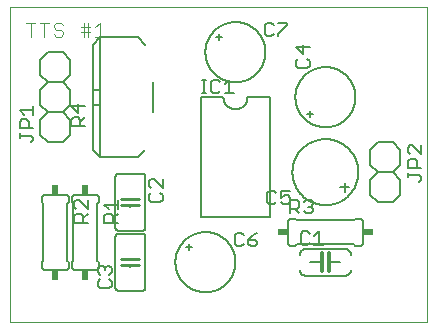
<source format=gto>
G75*
%MOIN*%
%OFA0B0*%
%FSLAX25Y25*%
%IPPOS*%
%LPD*%
%AMOC8*
5,1,8,0,0,1.08239X$1,22.5*
%
%ADD10C,0.00000*%
%ADD11C,0.00400*%
%ADD12C,0.00600*%
%ADD13C,0.01200*%
%ADD14C,0.00500*%
%ADD15C,0.01000*%
%ADD16R,0.02400X0.03400*%
%ADD17R,0.03400X0.02400*%
D10*
X0001800Y0001800D02*
X0001800Y0106761D01*
X0140501Y0106761D01*
X0140501Y0001800D01*
X0001800Y0001800D01*
D11*
X0008535Y0097000D02*
X0008535Y0101604D01*
X0010069Y0101604D02*
X0007000Y0101604D01*
X0011604Y0101604D02*
X0014673Y0101604D01*
X0013139Y0101604D02*
X0013139Y0097000D01*
X0016208Y0097767D02*
X0016975Y0097000D01*
X0018510Y0097000D01*
X0019277Y0097767D01*
X0019277Y0098535D01*
X0018510Y0099302D01*
X0016975Y0099302D01*
X0016208Y0100069D01*
X0016208Y0100837D01*
X0016975Y0101604D01*
X0018510Y0101604D01*
X0019277Y0100837D01*
X0025416Y0100069D02*
X0027718Y0100069D01*
X0028485Y0100069D01*
X0030020Y0100069D02*
X0031554Y0101604D01*
X0031554Y0097000D01*
X0030020Y0097000D02*
X0033089Y0097000D01*
X0028485Y0098535D02*
X0025416Y0098535D01*
X0026183Y0097000D02*
X0026183Y0101604D01*
X0027718Y0101604D02*
X0027718Y0097000D01*
D12*
X0021800Y0089300D02*
X0019300Y0091800D01*
X0014300Y0091800D01*
X0011800Y0089300D01*
X0011800Y0084300D01*
X0014300Y0081800D01*
X0019300Y0081800D01*
X0021800Y0084300D01*
X0021800Y0089300D01*
X0019300Y0081800D02*
X0021800Y0079300D01*
X0021800Y0074300D01*
X0019300Y0071800D01*
X0021800Y0069300D01*
X0021800Y0064300D01*
X0019300Y0061800D01*
X0014300Y0061800D01*
X0011800Y0064300D01*
X0011800Y0069300D01*
X0014300Y0071800D01*
X0011800Y0074300D01*
X0011800Y0079300D01*
X0014300Y0081800D01*
X0014300Y0071800D02*
X0019300Y0071800D01*
X0037800Y0051300D02*
X0045800Y0051300D01*
X0045860Y0051298D01*
X0045921Y0051293D01*
X0045980Y0051284D01*
X0046039Y0051271D01*
X0046098Y0051255D01*
X0046155Y0051235D01*
X0046210Y0051212D01*
X0046265Y0051185D01*
X0046317Y0051156D01*
X0046368Y0051123D01*
X0046417Y0051087D01*
X0046463Y0051049D01*
X0046507Y0051007D01*
X0046549Y0050963D01*
X0046587Y0050917D01*
X0046623Y0050868D01*
X0046656Y0050817D01*
X0046685Y0050765D01*
X0046712Y0050710D01*
X0046735Y0050655D01*
X0046755Y0050598D01*
X0046771Y0050539D01*
X0046784Y0050480D01*
X0046793Y0050421D01*
X0046798Y0050360D01*
X0046800Y0050300D01*
X0046800Y0033300D01*
X0046798Y0033240D01*
X0046793Y0033179D01*
X0046784Y0033120D01*
X0046771Y0033061D01*
X0046755Y0033002D01*
X0046735Y0032945D01*
X0046712Y0032890D01*
X0046685Y0032835D01*
X0046656Y0032783D01*
X0046623Y0032732D01*
X0046587Y0032683D01*
X0046549Y0032637D01*
X0046507Y0032593D01*
X0046463Y0032551D01*
X0046417Y0032513D01*
X0046368Y0032477D01*
X0046317Y0032444D01*
X0046265Y0032415D01*
X0046210Y0032388D01*
X0046155Y0032365D01*
X0046098Y0032345D01*
X0046039Y0032329D01*
X0045980Y0032316D01*
X0045921Y0032307D01*
X0045860Y0032302D01*
X0045800Y0032300D01*
X0037800Y0032300D01*
X0037800Y0031300D02*
X0045800Y0031300D01*
X0045860Y0031298D01*
X0045921Y0031293D01*
X0045980Y0031284D01*
X0046039Y0031271D01*
X0046098Y0031255D01*
X0046155Y0031235D01*
X0046210Y0031212D01*
X0046265Y0031185D01*
X0046317Y0031156D01*
X0046368Y0031123D01*
X0046417Y0031087D01*
X0046463Y0031049D01*
X0046507Y0031007D01*
X0046549Y0030963D01*
X0046587Y0030917D01*
X0046623Y0030868D01*
X0046656Y0030817D01*
X0046685Y0030765D01*
X0046712Y0030710D01*
X0046735Y0030655D01*
X0046755Y0030598D01*
X0046771Y0030539D01*
X0046784Y0030480D01*
X0046793Y0030421D01*
X0046798Y0030360D01*
X0046800Y0030300D01*
X0046800Y0013300D01*
X0046798Y0013240D01*
X0046793Y0013179D01*
X0046784Y0013120D01*
X0046771Y0013061D01*
X0046755Y0013002D01*
X0046735Y0012945D01*
X0046712Y0012890D01*
X0046685Y0012835D01*
X0046656Y0012783D01*
X0046623Y0012732D01*
X0046587Y0012683D01*
X0046549Y0012637D01*
X0046507Y0012593D01*
X0046463Y0012551D01*
X0046417Y0012513D01*
X0046368Y0012477D01*
X0046317Y0012444D01*
X0046265Y0012415D01*
X0046210Y0012388D01*
X0046155Y0012365D01*
X0046098Y0012345D01*
X0046039Y0012329D01*
X0045980Y0012316D01*
X0045921Y0012307D01*
X0045860Y0012302D01*
X0045800Y0012300D01*
X0037800Y0012300D01*
X0037740Y0012302D01*
X0037679Y0012307D01*
X0037620Y0012316D01*
X0037561Y0012329D01*
X0037502Y0012345D01*
X0037445Y0012365D01*
X0037390Y0012388D01*
X0037335Y0012415D01*
X0037283Y0012444D01*
X0037232Y0012477D01*
X0037183Y0012513D01*
X0037137Y0012551D01*
X0037093Y0012593D01*
X0037051Y0012637D01*
X0037013Y0012683D01*
X0036977Y0012732D01*
X0036944Y0012783D01*
X0036915Y0012835D01*
X0036888Y0012890D01*
X0036865Y0012945D01*
X0036845Y0013002D01*
X0036829Y0013061D01*
X0036816Y0013120D01*
X0036807Y0013179D01*
X0036802Y0013240D01*
X0036800Y0013300D01*
X0036800Y0030300D01*
X0036802Y0030360D01*
X0036807Y0030421D01*
X0036816Y0030480D01*
X0036829Y0030539D01*
X0036845Y0030598D01*
X0036865Y0030655D01*
X0036888Y0030710D01*
X0036915Y0030765D01*
X0036944Y0030817D01*
X0036977Y0030868D01*
X0037013Y0030917D01*
X0037051Y0030963D01*
X0037093Y0031007D01*
X0037137Y0031049D01*
X0037183Y0031087D01*
X0037232Y0031123D01*
X0037283Y0031156D01*
X0037335Y0031185D01*
X0037390Y0031212D01*
X0037445Y0031235D01*
X0037502Y0031255D01*
X0037561Y0031271D01*
X0037620Y0031284D01*
X0037679Y0031293D01*
X0037740Y0031298D01*
X0037800Y0031300D01*
X0037800Y0032300D02*
X0037740Y0032302D01*
X0037679Y0032307D01*
X0037620Y0032316D01*
X0037561Y0032329D01*
X0037502Y0032345D01*
X0037445Y0032365D01*
X0037390Y0032388D01*
X0037335Y0032415D01*
X0037283Y0032444D01*
X0037232Y0032477D01*
X0037183Y0032513D01*
X0037137Y0032551D01*
X0037093Y0032593D01*
X0037051Y0032637D01*
X0037013Y0032683D01*
X0036977Y0032732D01*
X0036944Y0032783D01*
X0036915Y0032835D01*
X0036888Y0032890D01*
X0036865Y0032945D01*
X0036845Y0033002D01*
X0036829Y0033061D01*
X0036816Y0033120D01*
X0036807Y0033179D01*
X0036802Y0033240D01*
X0036800Y0033300D01*
X0036800Y0050300D01*
X0036802Y0050360D01*
X0036807Y0050421D01*
X0036816Y0050480D01*
X0036829Y0050539D01*
X0036845Y0050598D01*
X0036865Y0050655D01*
X0036888Y0050710D01*
X0036915Y0050765D01*
X0036944Y0050817D01*
X0036977Y0050868D01*
X0037013Y0050917D01*
X0037051Y0050963D01*
X0037093Y0051007D01*
X0037137Y0051049D01*
X0037183Y0051087D01*
X0037232Y0051123D01*
X0037283Y0051156D01*
X0037335Y0051185D01*
X0037390Y0051212D01*
X0037445Y0051235D01*
X0037502Y0051255D01*
X0037561Y0051271D01*
X0037620Y0051284D01*
X0037679Y0051293D01*
X0037740Y0051298D01*
X0037800Y0051300D01*
X0030300Y0044300D02*
X0023300Y0044300D01*
X0023240Y0044298D01*
X0023179Y0044293D01*
X0023120Y0044284D01*
X0023061Y0044271D01*
X0023002Y0044255D01*
X0022945Y0044235D01*
X0022890Y0044212D01*
X0022835Y0044185D01*
X0022783Y0044156D01*
X0022732Y0044123D01*
X0022683Y0044087D01*
X0022637Y0044049D01*
X0022593Y0044007D01*
X0022551Y0043963D01*
X0022513Y0043917D01*
X0022477Y0043868D01*
X0022444Y0043817D01*
X0022415Y0043765D01*
X0022388Y0043710D01*
X0022365Y0043655D01*
X0022345Y0043598D01*
X0022329Y0043539D01*
X0022316Y0043480D01*
X0022307Y0043421D01*
X0022302Y0043360D01*
X0022300Y0043300D01*
X0022300Y0041800D01*
X0022800Y0041300D01*
X0022800Y0022300D01*
X0022300Y0021800D01*
X0022300Y0020300D01*
X0021300Y0020300D02*
X0021300Y0021800D01*
X0020800Y0022300D01*
X0020800Y0041300D01*
X0021300Y0041800D01*
X0021300Y0043300D01*
X0021298Y0043360D01*
X0021293Y0043421D01*
X0021284Y0043480D01*
X0021271Y0043539D01*
X0021255Y0043598D01*
X0021235Y0043655D01*
X0021212Y0043710D01*
X0021185Y0043765D01*
X0021156Y0043817D01*
X0021123Y0043868D01*
X0021087Y0043917D01*
X0021049Y0043963D01*
X0021007Y0044007D01*
X0020963Y0044049D01*
X0020917Y0044087D01*
X0020868Y0044123D01*
X0020817Y0044156D01*
X0020765Y0044185D01*
X0020710Y0044212D01*
X0020655Y0044235D01*
X0020598Y0044255D01*
X0020539Y0044271D01*
X0020480Y0044284D01*
X0020421Y0044293D01*
X0020360Y0044298D01*
X0020300Y0044300D01*
X0013300Y0044300D01*
X0013240Y0044298D01*
X0013179Y0044293D01*
X0013120Y0044284D01*
X0013061Y0044271D01*
X0013002Y0044255D01*
X0012945Y0044235D01*
X0012890Y0044212D01*
X0012835Y0044185D01*
X0012783Y0044156D01*
X0012732Y0044123D01*
X0012683Y0044087D01*
X0012637Y0044049D01*
X0012593Y0044007D01*
X0012551Y0043963D01*
X0012513Y0043917D01*
X0012477Y0043868D01*
X0012444Y0043817D01*
X0012415Y0043765D01*
X0012388Y0043710D01*
X0012365Y0043655D01*
X0012345Y0043598D01*
X0012329Y0043539D01*
X0012316Y0043480D01*
X0012307Y0043421D01*
X0012302Y0043360D01*
X0012300Y0043300D01*
X0012300Y0041800D01*
X0012800Y0041300D01*
X0012800Y0022300D01*
X0012300Y0021800D01*
X0012300Y0020300D01*
X0012302Y0020240D01*
X0012307Y0020179D01*
X0012316Y0020120D01*
X0012329Y0020061D01*
X0012345Y0020002D01*
X0012365Y0019945D01*
X0012388Y0019890D01*
X0012415Y0019835D01*
X0012444Y0019783D01*
X0012477Y0019732D01*
X0012513Y0019683D01*
X0012551Y0019637D01*
X0012593Y0019593D01*
X0012637Y0019551D01*
X0012683Y0019513D01*
X0012732Y0019477D01*
X0012783Y0019444D01*
X0012835Y0019415D01*
X0012890Y0019388D01*
X0012945Y0019365D01*
X0013002Y0019345D01*
X0013061Y0019329D01*
X0013120Y0019316D01*
X0013179Y0019307D01*
X0013240Y0019302D01*
X0013300Y0019300D01*
X0020300Y0019300D01*
X0020360Y0019302D01*
X0020421Y0019307D01*
X0020480Y0019316D01*
X0020539Y0019329D01*
X0020598Y0019345D01*
X0020655Y0019365D01*
X0020710Y0019388D01*
X0020765Y0019415D01*
X0020817Y0019444D01*
X0020868Y0019477D01*
X0020917Y0019513D01*
X0020963Y0019551D01*
X0021007Y0019593D01*
X0021049Y0019637D01*
X0021087Y0019683D01*
X0021123Y0019732D01*
X0021156Y0019783D01*
X0021185Y0019835D01*
X0021212Y0019890D01*
X0021235Y0019945D01*
X0021255Y0020002D01*
X0021271Y0020061D01*
X0021284Y0020120D01*
X0021293Y0020179D01*
X0021298Y0020240D01*
X0021300Y0020300D01*
X0022300Y0020300D02*
X0022302Y0020240D01*
X0022307Y0020179D01*
X0022316Y0020120D01*
X0022329Y0020061D01*
X0022345Y0020002D01*
X0022365Y0019945D01*
X0022388Y0019890D01*
X0022415Y0019835D01*
X0022444Y0019783D01*
X0022477Y0019732D01*
X0022513Y0019683D01*
X0022551Y0019637D01*
X0022593Y0019593D01*
X0022637Y0019551D01*
X0022683Y0019513D01*
X0022732Y0019477D01*
X0022783Y0019444D01*
X0022835Y0019415D01*
X0022890Y0019388D01*
X0022945Y0019365D01*
X0023002Y0019345D01*
X0023061Y0019329D01*
X0023120Y0019316D01*
X0023179Y0019307D01*
X0023240Y0019302D01*
X0023300Y0019300D01*
X0030300Y0019300D01*
X0030360Y0019302D01*
X0030421Y0019307D01*
X0030480Y0019316D01*
X0030539Y0019329D01*
X0030598Y0019345D01*
X0030655Y0019365D01*
X0030710Y0019388D01*
X0030765Y0019415D01*
X0030817Y0019444D01*
X0030868Y0019477D01*
X0030917Y0019513D01*
X0030963Y0019551D01*
X0031007Y0019593D01*
X0031049Y0019637D01*
X0031087Y0019683D01*
X0031123Y0019732D01*
X0031156Y0019783D01*
X0031185Y0019835D01*
X0031212Y0019890D01*
X0031235Y0019945D01*
X0031255Y0020002D01*
X0031271Y0020061D01*
X0031284Y0020120D01*
X0031293Y0020179D01*
X0031298Y0020240D01*
X0031300Y0020300D01*
X0031300Y0021800D01*
X0030800Y0022300D01*
X0030800Y0041300D01*
X0031300Y0041800D01*
X0031300Y0043300D01*
X0031298Y0043360D01*
X0031293Y0043421D01*
X0031284Y0043480D01*
X0031271Y0043539D01*
X0031255Y0043598D01*
X0031235Y0043655D01*
X0031212Y0043710D01*
X0031185Y0043765D01*
X0031156Y0043817D01*
X0031123Y0043868D01*
X0031087Y0043917D01*
X0031049Y0043963D01*
X0031007Y0044007D01*
X0030963Y0044049D01*
X0030917Y0044087D01*
X0030868Y0044123D01*
X0030817Y0044156D01*
X0030765Y0044185D01*
X0030710Y0044212D01*
X0030655Y0044235D01*
X0030598Y0044255D01*
X0030539Y0044271D01*
X0030480Y0044284D01*
X0030421Y0044293D01*
X0030360Y0044298D01*
X0030300Y0044300D01*
X0041800Y0043300D02*
X0041800Y0042800D01*
X0041800Y0040800D02*
X0041800Y0040300D01*
X0060300Y0026800D02*
X0061300Y0026800D01*
X0061300Y0027800D01*
X0061300Y0026800D02*
X0062300Y0026800D01*
X0061300Y0026800D02*
X0061300Y0025800D01*
X0056800Y0021800D02*
X0056803Y0022045D01*
X0056812Y0022291D01*
X0056827Y0022536D01*
X0056848Y0022780D01*
X0056875Y0023024D01*
X0056908Y0023267D01*
X0056947Y0023510D01*
X0056992Y0023751D01*
X0057043Y0023991D01*
X0057100Y0024230D01*
X0057162Y0024467D01*
X0057231Y0024703D01*
X0057305Y0024937D01*
X0057385Y0025169D01*
X0057470Y0025399D01*
X0057561Y0025627D01*
X0057658Y0025852D01*
X0057760Y0026076D01*
X0057868Y0026296D01*
X0057981Y0026514D01*
X0058099Y0026729D01*
X0058223Y0026941D01*
X0058351Y0027150D01*
X0058485Y0027356D01*
X0058624Y0027558D01*
X0058768Y0027757D01*
X0058917Y0027952D01*
X0059070Y0028144D01*
X0059228Y0028332D01*
X0059390Y0028516D01*
X0059558Y0028695D01*
X0059729Y0028871D01*
X0059905Y0029042D01*
X0060084Y0029210D01*
X0060268Y0029372D01*
X0060456Y0029530D01*
X0060648Y0029683D01*
X0060843Y0029832D01*
X0061042Y0029976D01*
X0061244Y0030115D01*
X0061450Y0030249D01*
X0061659Y0030377D01*
X0061871Y0030501D01*
X0062086Y0030619D01*
X0062304Y0030732D01*
X0062524Y0030840D01*
X0062748Y0030942D01*
X0062973Y0031039D01*
X0063201Y0031130D01*
X0063431Y0031215D01*
X0063663Y0031295D01*
X0063897Y0031369D01*
X0064133Y0031438D01*
X0064370Y0031500D01*
X0064609Y0031557D01*
X0064849Y0031608D01*
X0065090Y0031653D01*
X0065333Y0031692D01*
X0065576Y0031725D01*
X0065820Y0031752D01*
X0066064Y0031773D01*
X0066309Y0031788D01*
X0066555Y0031797D01*
X0066800Y0031800D01*
X0067045Y0031797D01*
X0067291Y0031788D01*
X0067536Y0031773D01*
X0067780Y0031752D01*
X0068024Y0031725D01*
X0068267Y0031692D01*
X0068510Y0031653D01*
X0068751Y0031608D01*
X0068991Y0031557D01*
X0069230Y0031500D01*
X0069467Y0031438D01*
X0069703Y0031369D01*
X0069937Y0031295D01*
X0070169Y0031215D01*
X0070399Y0031130D01*
X0070627Y0031039D01*
X0070852Y0030942D01*
X0071076Y0030840D01*
X0071296Y0030732D01*
X0071514Y0030619D01*
X0071729Y0030501D01*
X0071941Y0030377D01*
X0072150Y0030249D01*
X0072356Y0030115D01*
X0072558Y0029976D01*
X0072757Y0029832D01*
X0072952Y0029683D01*
X0073144Y0029530D01*
X0073332Y0029372D01*
X0073516Y0029210D01*
X0073695Y0029042D01*
X0073871Y0028871D01*
X0074042Y0028695D01*
X0074210Y0028516D01*
X0074372Y0028332D01*
X0074530Y0028144D01*
X0074683Y0027952D01*
X0074832Y0027757D01*
X0074976Y0027558D01*
X0075115Y0027356D01*
X0075249Y0027150D01*
X0075377Y0026941D01*
X0075501Y0026729D01*
X0075619Y0026514D01*
X0075732Y0026296D01*
X0075840Y0026076D01*
X0075942Y0025852D01*
X0076039Y0025627D01*
X0076130Y0025399D01*
X0076215Y0025169D01*
X0076295Y0024937D01*
X0076369Y0024703D01*
X0076438Y0024467D01*
X0076500Y0024230D01*
X0076557Y0023991D01*
X0076608Y0023751D01*
X0076653Y0023510D01*
X0076692Y0023267D01*
X0076725Y0023024D01*
X0076752Y0022780D01*
X0076773Y0022536D01*
X0076788Y0022291D01*
X0076797Y0022045D01*
X0076800Y0021800D01*
X0076797Y0021555D01*
X0076788Y0021309D01*
X0076773Y0021064D01*
X0076752Y0020820D01*
X0076725Y0020576D01*
X0076692Y0020333D01*
X0076653Y0020090D01*
X0076608Y0019849D01*
X0076557Y0019609D01*
X0076500Y0019370D01*
X0076438Y0019133D01*
X0076369Y0018897D01*
X0076295Y0018663D01*
X0076215Y0018431D01*
X0076130Y0018201D01*
X0076039Y0017973D01*
X0075942Y0017748D01*
X0075840Y0017524D01*
X0075732Y0017304D01*
X0075619Y0017086D01*
X0075501Y0016871D01*
X0075377Y0016659D01*
X0075249Y0016450D01*
X0075115Y0016244D01*
X0074976Y0016042D01*
X0074832Y0015843D01*
X0074683Y0015648D01*
X0074530Y0015456D01*
X0074372Y0015268D01*
X0074210Y0015084D01*
X0074042Y0014905D01*
X0073871Y0014729D01*
X0073695Y0014558D01*
X0073516Y0014390D01*
X0073332Y0014228D01*
X0073144Y0014070D01*
X0072952Y0013917D01*
X0072757Y0013768D01*
X0072558Y0013624D01*
X0072356Y0013485D01*
X0072150Y0013351D01*
X0071941Y0013223D01*
X0071729Y0013099D01*
X0071514Y0012981D01*
X0071296Y0012868D01*
X0071076Y0012760D01*
X0070852Y0012658D01*
X0070627Y0012561D01*
X0070399Y0012470D01*
X0070169Y0012385D01*
X0069937Y0012305D01*
X0069703Y0012231D01*
X0069467Y0012162D01*
X0069230Y0012100D01*
X0068991Y0012043D01*
X0068751Y0011992D01*
X0068510Y0011947D01*
X0068267Y0011908D01*
X0068024Y0011875D01*
X0067780Y0011848D01*
X0067536Y0011827D01*
X0067291Y0011812D01*
X0067045Y0011803D01*
X0066800Y0011800D01*
X0066555Y0011803D01*
X0066309Y0011812D01*
X0066064Y0011827D01*
X0065820Y0011848D01*
X0065576Y0011875D01*
X0065333Y0011908D01*
X0065090Y0011947D01*
X0064849Y0011992D01*
X0064609Y0012043D01*
X0064370Y0012100D01*
X0064133Y0012162D01*
X0063897Y0012231D01*
X0063663Y0012305D01*
X0063431Y0012385D01*
X0063201Y0012470D01*
X0062973Y0012561D01*
X0062748Y0012658D01*
X0062524Y0012760D01*
X0062304Y0012868D01*
X0062086Y0012981D01*
X0061871Y0013099D01*
X0061659Y0013223D01*
X0061450Y0013351D01*
X0061244Y0013485D01*
X0061042Y0013624D01*
X0060843Y0013768D01*
X0060648Y0013917D01*
X0060456Y0014070D01*
X0060268Y0014228D01*
X0060084Y0014390D01*
X0059905Y0014558D01*
X0059729Y0014729D01*
X0059558Y0014905D01*
X0059390Y0015084D01*
X0059228Y0015268D01*
X0059070Y0015456D01*
X0058917Y0015648D01*
X0058768Y0015843D01*
X0058624Y0016042D01*
X0058485Y0016244D01*
X0058351Y0016450D01*
X0058223Y0016659D01*
X0058099Y0016871D01*
X0057981Y0017086D01*
X0057868Y0017304D01*
X0057760Y0017524D01*
X0057658Y0017748D01*
X0057561Y0017973D01*
X0057470Y0018201D01*
X0057385Y0018431D01*
X0057305Y0018663D01*
X0057231Y0018897D01*
X0057162Y0019133D01*
X0057100Y0019370D01*
X0057043Y0019609D01*
X0056992Y0019849D01*
X0056947Y0020090D01*
X0056908Y0020333D01*
X0056875Y0020576D01*
X0056848Y0020820D01*
X0056827Y0021064D01*
X0056812Y0021309D01*
X0056803Y0021555D01*
X0056800Y0021800D01*
X0041800Y0020800D02*
X0041800Y0020300D01*
X0041800Y0022800D02*
X0041800Y0023300D01*
X0065300Y0036800D02*
X0088300Y0036800D01*
X0088300Y0076800D01*
X0080800Y0076800D01*
X0080798Y0076674D01*
X0080792Y0076549D01*
X0080782Y0076424D01*
X0080768Y0076299D01*
X0080751Y0076174D01*
X0080729Y0076050D01*
X0080704Y0075927D01*
X0080674Y0075805D01*
X0080641Y0075684D01*
X0080604Y0075564D01*
X0080564Y0075445D01*
X0080519Y0075328D01*
X0080471Y0075211D01*
X0080419Y0075097D01*
X0080364Y0074984D01*
X0080305Y0074873D01*
X0080243Y0074764D01*
X0080177Y0074657D01*
X0080108Y0074552D01*
X0080036Y0074449D01*
X0079961Y0074348D01*
X0079882Y0074250D01*
X0079800Y0074155D01*
X0079716Y0074062D01*
X0079628Y0073972D01*
X0079538Y0073884D01*
X0079445Y0073800D01*
X0079350Y0073718D01*
X0079252Y0073639D01*
X0079151Y0073564D01*
X0079048Y0073492D01*
X0078943Y0073423D01*
X0078836Y0073357D01*
X0078727Y0073295D01*
X0078616Y0073236D01*
X0078503Y0073181D01*
X0078389Y0073129D01*
X0078272Y0073081D01*
X0078155Y0073036D01*
X0078036Y0072996D01*
X0077916Y0072959D01*
X0077795Y0072926D01*
X0077673Y0072896D01*
X0077550Y0072871D01*
X0077426Y0072849D01*
X0077301Y0072832D01*
X0077176Y0072818D01*
X0077051Y0072808D01*
X0076926Y0072802D01*
X0076800Y0072800D01*
X0076674Y0072802D01*
X0076549Y0072808D01*
X0076424Y0072818D01*
X0076299Y0072832D01*
X0076174Y0072849D01*
X0076050Y0072871D01*
X0075927Y0072896D01*
X0075805Y0072926D01*
X0075684Y0072959D01*
X0075564Y0072996D01*
X0075445Y0073036D01*
X0075328Y0073081D01*
X0075211Y0073129D01*
X0075097Y0073181D01*
X0074984Y0073236D01*
X0074873Y0073295D01*
X0074764Y0073357D01*
X0074657Y0073423D01*
X0074552Y0073492D01*
X0074449Y0073564D01*
X0074348Y0073639D01*
X0074250Y0073718D01*
X0074155Y0073800D01*
X0074062Y0073884D01*
X0073972Y0073972D01*
X0073884Y0074062D01*
X0073800Y0074155D01*
X0073718Y0074250D01*
X0073639Y0074348D01*
X0073564Y0074449D01*
X0073492Y0074552D01*
X0073423Y0074657D01*
X0073357Y0074764D01*
X0073295Y0074873D01*
X0073236Y0074984D01*
X0073181Y0075097D01*
X0073129Y0075211D01*
X0073081Y0075328D01*
X0073036Y0075445D01*
X0072996Y0075564D01*
X0072959Y0075684D01*
X0072926Y0075805D01*
X0072896Y0075927D01*
X0072871Y0076050D01*
X0072849Y0076174D01*
X0072832Y0076299D01*
X0072818Y0076424D01*
X0072808Y0076549D01*
X0072802Y0076674D01*
X0072800Y0076800D01*
X0065300Y0076800D01*
X0065300Y0036800D01*
X0094300Y0035300D02*
X0094300Y0028300D01*
X0094302Y0028240D01*
X0094307Y0028179D01*
X0094316Y0028120D01*
X0094329Y0028061D01*
X0094345Y0028002D01*
X0094365Y0027945D01*
X0094388Y0027890D01*
X0094415Y0027835D01*
X0094444Y0027783D01*
X0094477Y0027732D01*
X0094513Y0027683D01*
X0094551Y0027637D01*
X0094593Y0027593D01*
X0094637Y0027551D01*
X0094683Y0027513D01*
X0094732Y0027477D01*
X0094783Y0027444D01*
X0094835Y0027415D01*
X0094890Y0027388D01*
X0094945Y0027365D01*
X0095002Y0027345D01*
X0095061Y0027329D01*
X0095120Y0027316D01*
X0095179Y0027307D01*
X0095240Y0027302D01*
X0095300Y0027300D01*
X0096800Y0027300D01*
X0097300Y0027800D01*
X0116300Y0027800D01*
X0116800Y0027300D01*
X0118300Y0027300D01*
X0118360Y0027302D01*
X0118421Y0027307D01*
X0118480Y0027316D01*
X0118539Y0027329D01*
X0118598Y0027345D01*
X0118655Y0027365D01*
X0118710Y0027388D01*
X0118765Y0027415D01*
X0118817Y0027444D01*
X0118868Y0027477D01*
X0118917Y0027513D01*
X0118963Y0027551D01*
X0119007Y0027593D01*
X0119049Y0027637D01*
X0119087Y0027683D01*
X0119123Y0027732D01*
X0119156Y0027783D01*
X0119185Y0027835D01*
X0119212Y0027890D01*
X0119235Y0027945D01*
X0119255Y0028002D01*
X0119271Y0028061D01*
X0119284Y0028120D01*
X0119293Y0028179D01*
X0119298Y0028240D01*
X0119300Y0028300D01*
X0119300Y0035300D01*
X0119298Y0035360D01*
X0119293Y0035421D01*
X0119284Y0035480D01*
X0119271Y0035539D01*
X0119255Y0035598D01*
X0119235Y0035655D01*
X0119212Y0035710D01*
X0119185Y0035765D01*
X0119156Y0035817D01*
X0119123Y0035868D01*
X0119087Y0035917D01*
X0119049Y0035963D01*
X0119007Y0036007D01*
X0118963Y0036049D01*
X0118917Y0036087D01*
X0118868Y0036123D01*
X0118817Y0036156D01*
X0118765Y0036185D01*
X0118710Y0036212D01*
X0118655Y0036235D01*
X0118598Y0036255D01*
X0118539Y0036271D01*
X0118480Y0036284D01*
X0118421Y0036293D01*
X0118360Y0036298D01*
X0118300Y0036300D01*
X0116800Y0036300D01*
X0116300Y0035800D01*
X0097300Y0035800D01*
X0096800Y0036300D01*
X0095300Y0036300D01*
X0095240Y0036298D01*
X0095179Y0036293D01*
X0095120Y0036284D01*
X0095061Y0036271D01*
X0095002Y0036255D01*
X0094945Y0036235D01*
X0094890Y0036212D01*
X0094835Y0036185D01*
X0094783Y0036156D01*
X0094732Y0036123D01*
X0094683Y0036087D01*
X0094637Y0036049D01*
X0094593Y0036007D01*
X0094551Y0035963D01*
X0094513Y0035917D01*
X0094477Y0035868D01*
X0094444Y0035817D01*
X0094415Y0035765D01*
X0094388Y0035710D01*
X0094365Y0035655D01*
X0094345Y0035598D01*
X0094329Y0035539D01*
X0094316Y0035480D01*
X0094307Y0035421D01*
X0094302Y0035360D01*
X0094300Y0035300D01*
X0100300Y0026300D02*
X0113300Y0026300D01*
X0113387Y0026298D01*
X0113474Y0026292D01*
X0113561Y0026283D01*
X0113647Y0026270D01*
X0113733Y0026253D01*
X0113818Y0026232D01*
X0113901Y0026207D01*
X0113984Y0026179D01*
X0114065Y0026148D01*
X0114145Y0026113D01*
X0114223Y0026074D01*
X0114300Y0026032D01*
X0114375Y0025987D01*
X0114447Y0025938D01*
X0114518Y0025887D01*
X0114586Y0025832D01*
X0114651Y0025775D01*
X0114714Y0025714D01*
X0114775Y0025651D01*
X0114832Y0025586D01*
X0114887Y0025518D01*
X0114938Y0025447D01*
X0114987Y0025375D01*
X0115032Y0025300D01*
X0115074Y0025223D01*
X0115113Y0025145D01*
X0115148Y0025065D01*
X0115179Y0024984D01*
X0115207Y0024901D01*
X0115232Y0024818D01*
X0115253Y0024733D01*
X0115270Y0024647D01*
X0115283Y0024561D01*
X0115292Y0024474D01*
X0115298Y0024387D01*
X0115300Y0024300D01*
X0111800Y0021800D02*
X0108100Y0021800D01*
X0105600Y0021800D02*
X0101800Y0021800D01*
X0098300Y0024300D02*
X0098302Y0024387D01*
X0098308Y0024474D01*
X0098317Y0024561D01*
X0098330Y0024647D01*
X0098347Y0024733D01*
X0098368Y0024818D01*
X0098393Y0024901D01*
X0098421Y0024984D01*
X0098452Y0025065D01*
X0098487Y0025145D01*
X0098526Y0025223D01*
X0098568Y0025300D01*
X0098613Y0025375D01*
X0098662Y0025447D01*
X0098713Y0025518D01*
X0098768Y0025586D01*
X0098825Y0025651D01*
X0098886Y0025714D01*
X0098949Y0025775D01*
X0099014Y0025832D01*
X0099082Y0025887D01*
X0099153Y0025938D01*
X0099225Y0025987D01*
X0099300Y0026032D01*
X0099377Y0026074D01*
X0099455Y0026113D01*
X0099535Y0026148D01*
X0099616Y0026179D01*
X0099699Y0026207D01*
X0099782Y0026232D01*
X0099867Y0026253D01*
X0099953Y0026270D01*
X0100039Y0026283D01*
X0100126Y0026292D01*
X0100213Y0026298D01*
X0100300Y0026300D01*
X0098300Y0019300D02*
X0098302Y0019213D01*
X0098308Y0019126D01*
X0098317Y0019039D01*
X0098330Y0018953D01*
X0098347Y0018867D01*
X0098368Y0018782D01*
X0098393Y0018699D01*
X0098421Y0018616D01*
X0098452Y0018535D01*
X0098487Y0018455D01*
X0098526Y0018377D01*
X0098568Y0018300D01*
X0098613Y0018225D01*
X0098662Y0018153D01*
X0098713Y0018082D01*
X0098768Y0018014D01*
X0098825Y0017949D01*
X0098886Y0017886D01*
X0098949Y0017825D01*
X0099014Y0017768D01*
X0099082Y0017713D01*
X0099153Y0017662D01*
X0099225Y0017613D01*
X0099300Y0017568D01*
X0099377Y0017526D01*
X0099455Y0017487D01*
X0099535Y0017452D01*
X0099616Y0017421D01*
X0099699Y0017393D01*
X0099782Y0017368D01*
X0099867Y0017347D01*
X0099953Y0017330D01*
X0100039Y0017317D01*
X0100126Y0017308D01*
X0100213Y0017302D01*
X0100300Y0017300D01*
X0113300Y0017300D01*
X0113387Y0017302D01*
X0113474Y0017308D01*
X0113561Y0017317D01*
X0113647Y0017330D01*
X0113733Y0017347D01*
X0113818Y0017368D01*
X0113901Y0017393D01*
X0113984Y0017421D01*
X0114065Y0017452D01*
X0114145Y0017487D01*
X0114223Y0017526D01*
X0114300Y0017568D01*
X0114375Y0017613D01*
X0114447Y0017662D01*
X0114518Y0017713D01*
X0114586Y0017768D01*
X0114651Y0017825D01*
X0114714Y0017886D01*
X0114775Y0017949D01*
X0114832Y0018014D01*
X0114887Y0018082D01*
X0114938Y0018153D01*
X0114987Y0018225D01*
X0115032Y0018300D01*
X0115074Y0018377D01*
X0115113Y0018455D01*
X0115148Y0018535D01*
X0115179Y0018616D01*
X0115207Y0018699D01*
X0115232Y0018782D01*
X0115253Y0018867D01*
X0115270Y0018953D01*
X0115283Y0019039D01*
X0115292Y0019126D01*
X0115298Y0019213D01*
X0115300Y0019300D01*
X0124300Y0041800D02*
X0121800Y0044300D01*
X0121800Y0049300D01*
X0124300Y0051800D01*
X0121800Y0054300D01*
X0121800Y0059300D01*
X0124300Y0061800D01*
X0129300Y0061800D01*
X0131800Y0059300D01*
X0131800Y0054300D01*
X0129300Y0051800D01*
X0131800Y0049300D01*
X0131800Y0044300D01*
X0129300Y0041800D01*
X0124300Y0041800D01*
X0114800Y0046800D02*
X0113300Y0046800D01*
X0113300Y0045300D01*
X0113300Y0046800D02*
X0111800Y0046800D01*
X0113300Y0046800D02*
X0113300Y0048300D01*
X0095800Y0051800D02*
X0095803Y0052070D01*
X0095813Y0052340D01*
X0095830Y0052609D01*
X0095853Y0052878D01*
X0095883Y0053147D01*
X0095919Y0053414D01*
X0095962Y0053681D01*
X0096011Y0053946D01*
X0096067Y0054210D01*
X0096130Y0054473D01*
X0096198Y0054734D01*
X0096274Y0054993D01*
X0096355Y0055250D01*
X0096443Y0055506D01*
X0096537Y0055759D01*
X0096637Y0056010D01*
X0096744Y0056258D01*
X0096856Y0056503D01*
X0096975Y0056746D01*
X0097099Y0056985D01*
X0097229Y0057222D01*
X0097365Y0057455D01*
X0097507Y0057685D01*
X0097654Y0057911D01*
X0097807Y0058134D01*
X0097965Y0058353D01*
X0098128Y0058568D01*
X0098297Y0058778D01*
X0098471Y0058985D01*
X0098650Y0059187D01*
X0098833Y0059385D01*
X0099022Y0059578D01*
X0099215Y0059767D01*
X0099413Y0059950D01*
X0099615Y0060129D01*
X0099822Y0060303D01*
X0100032Y0060472D01*
X0100247Y0060635D01*
X0100466Y0060793D01*
X0100689Y0060946D01*
X0100915Y0061093D01*
X0101145Y0061235D01*
X0101378Y0061371D01*
X0101615Y0061501D01*
X0101854Y0061625D01*
X0102097Y0061744D01*
X0102342Y0061856D01*
X0102590Y0061963D01*
X0102841Y0062063D01*
X0103094Y0062157D01*
X0103350Y0062245D01*
X0103607Y0062326D01*
X0103866Y0062402D01*
X0104127Y0062470D01*
X0104390Y0062533D01*
X0104654Y0062589D01*
X0104919Y0062638D01*
X0105186Y0062681D01*
X0105453Y0062717D01*
X0105722Y0062747D01*
X0105991Y0062770D01*
X0106260Y0062787D01*
X0106530Y0062797D01*
X0106800Y0062800D01*
X0107070Y0062797D01*
X0107340Y0062787D01*
X0107609Y0062770D01*
X0107878Y0062747D01*
X0108147Y0062717D01*
X0108414Y0062681D01*
X0108681Y0062638D01*
X0108946Y0062589D01*
X0109210Y0062533D01*
X0109473Y0062470D01*
X0109734Y0062402D01*
X0109993Y0062326D01*
X0110250Y0062245D01*
X0110506Y0062157D01*
X0110759Y0062063D01*
X0111010Y0061963D01*
X0111258Y0061856D01*
X0111503Y0061744D01*
X0111746Y0061625D01*
X0111985Y0061501D01*
X0112222Y0061371D01*
X0112455Y0061235D01*
X0112685Y0061093D01*
X0112911Y0060946D01*
X0113134Y0060793D01*
X0113353Y0060635D01*
X0113568Y0060472D01*
X0113778Y0060303D01*
X0113985Y0060129D01*
X0114187Y0059950D01*
X0114385Y0059767D01*
X0114578Y0059578D01*
X0114767Y0059385D01*
X0114950Y0059187D01*
X0115129Y0058985D01*
X0115303Y0058778D01*
X0115472Y0058568D01*
X0115635Y0058353D01*
X0115793Y0058134D01*
X0115946Y0057911D01*
X0116093Y0057685D01*
X0116235Y0057455D01*
X0116371Y0057222D01*
X0116501Y0056985D01*
X0116625Y0056746D01*
X0116744Y0056503D01*
X0116856Y0056258D01*
X0116963Y0056010D01*
X0117063Y0055759D01*
X0117157Y0055506D01*
X0117245Y0055250D01*
X0117326Y0054993D01*
X0117402Y0054734D01*
X0117470Y0054473D01*
X0117533Y0054210D01*
X0117589Y0053946D01*
X0117638Y0053681D01*
X0117681Y0053414D01*
X0117717Y0053147D01*
X0117747Y0052878D01*
X0117770Y0052609D01*
X0117787Y0052340D01*
X0117797Y0052070D01*
X0117800Y0051800D01*
X0117797Y0051530D01*
X0117787Y0051260D01*
X0117770Y0050991D01*
X0117747Y0050722D01*
X0117717Y0050453D01*
X0117681Y0050186D01*
X0117638Y0049919D01*
X0117589Y0049654D01*
X0117533Y0049390D01*
X0117470Y0049127D01*
X0117402Y0048866D01*
X0117326Y0048607D01*
X0117245Y0048350D01*
X0117157Y0048094D01*
X0117063Y0047841D01*
X0116963Y0047590D01*
X0116856Y0047342D01*
X0116744Y0047097D01*
X0116625Y0046854D01*
X0116501Y0046615D01*
X0116371Y0046378D01*
X0116235Y0046145D01*
X0116093Y0045915D01*
X0115946Y0045689D01*
X0115793Y0045466D01*
X0115635Y0045247D01*
X0115472Y0045032D01*
X0115303Y0044822D01*
X0115129Y0044615D01*
X0114950Y0044413D01*
X0114767Y0044215D01*
X0114578Y0044022D01*
X0114385Y0043833D01*
X0114187Y0043650D01*
X0113985Y0043471D01*
X0113778Y0043297D01*
X0113568Y0043128D01*
X0113353Y0042965D01*
X0113134Y0042807D01*
X0112911Y0042654D01*
X0112685Y0042507D01*
X0112455Y0042365D01*
X0112222Y0042229D01*
X0111985Y0042099D01*
X0111746Y0041975D01*
X0111503Y0041856D01*
X0111258Y0041744D01*
X0111010Y0041637D01*
X0110759Y0041537D01*
X0110506Y0041443D01*
X0110250Y0041355D01*
X0109993Y0041274D01*
X0109734Y0041198D01*
X0109473Y0041130D01*
X0109210Y0041067D01*
X0108946Y0041011D01*
X0108681Y0040962D01*
X0108414Y0040919D01*
X0108147Y0040883D01*
X0107878Y0040853D01*
X0107609Y0040830D01*
X0107340Y0040813D01*
X0107070Y0040803D01*
X0106800Y0040800D01*
X0106530Y0040803D01*
X0106260Y0040813D01*
X0105991Y0040830D01*
X0105722Y0040853D01*
X0105453Y0040883D01*
X0105186Y0040919D01*
X0104919Y0040962D01*
X0104654Y0041011D01*
X0104390Y0041067D01*
X0104127Y0041130D01*
X0103866Y0041198D01*
X0103607Y0041274D01*
X0103350Y0041355D01*
X0103094Y0041443D01*
X0102841Y0041537D01*
X0102590Y0041637D01*
X0102342Y0041744D01*
X0102097Y0041856D01*
X0101854Y0041975D01*
X0101615Y0042099D01*
X0101378Y0042229D01*
X0101145Y0042365D01*
X0100915Y0042507D01*
X0100689Y0042654D01*
X0100466Y0042807D01*
X0100247Y0042965D01*
X0100032Y0043128D01*
X0099822Y0043297D01*
X0099615Y0043471D01*
X0099413Y0043650D01*
X0099215Y0043833D01*
X0099022Y0044022D01*
X0098833Y0044215D01*
X0098650Y0044413D01*
X0098471Y0044615D01*
X0098297Y0044822D01*
X0098128Y0045032D01*
X0097965Y0045247D01*
X0097807Y0045466D01*
X0097654Y0045689D01*
X0097507Y0045915D01*
X0097365Y0046145D01*
X0097229Y0046378D01*
X0097099Y0046615D01*
X0096975Y0046854D01*
X0096856Y0047097D01*
X0096744Y0047342D01*
X0096637Y0047590D01*
X0096537Y0047841D01*
X0096443Y0048094D01*
X0096355Y0048350D01*
X0096274Y0048607D01*
X0096198Y0048866D01*
X0096130Y0049127D01*
X0096067Y0049390D01*
X0096011Y0049654D01*
X0095962Y0049919D01*
X0095919Y0050186D01*
X0095883Y0050453D01*
X0095853Y0050722D01*
X0095830Y0050991D01*
X0095813Y0051260D01*
X0095803Y0051530D01*
X0095800Y0051800D01*
X0101800Y0070300D02*
X0101800Y0071300D01*
X0100800Y0071300D01*
X0101800Y0071300D02*
X0101800Y0072300D01*
X0101800Y0071300D02*
X0102800Y0071300D01*
X0096800Y0076800D02*
X0096803Y0077045D01*
X0096812Y0077291D01*
X0096827Y0077536D01*
X0096848Y0077780D01*
X0096875Y0078024D01*
X0096908Y0078267D01*
X0096947Y0078510D01*
X0096992Y0078751D01*
X0097043Y0078991D01*
X0097100Y0079230D01*
X0097162Y0079467D01*
X0097231Y0079703D01*
X0097305Y0079937D01*
X0097385Y0080169D01*
X0097470Y0080399D01*
X0097561Y0080627D01*
X0097658Y0080852D01*
X0097760Y0081076D01*
X0097868Y0081296D01*
X0097981Y0081514D01*
X0098099Y0081729D01*
X0098223Y0081941D01*
X0098351Y0082150D01*
X0098485Y0082356D01*
X0098624Y0082558D01*
X0098768Y0082757D01*
X0098917Y0082952D01*
X0099070Y0083144D01*
X0099228Y0083332D01*
X0099390Y0083516D01*
X0099558Y0083695D01*
X0099729Y0083871D01*
X0099905Y0084042D01*
X0100084Y0084210D01*
X0100268Y0084372D01*
X0100456Y0084530D01*
X0100648Y0084683D01*
X0100843Y0084832D01*
X0101042Y0084976D01*
X0101244Y0085115D01*
X0101450Y0085249D01*
X0101659Y0085377D01*
X0101871Y0085501D01*
X0102086Y0085619D01*
X0102304Y0085732D01*
X0102524Y0085840D01*
X0102748Y0085942D01*
X0102973Y0086039D01*
X0103201Y0086130D01*
X0103431Y0086215D01*
X0103663Y0086295D01*
X0103897Y0086369D01*
X0104133Y0086438D01*
X0104370Y0086500D01*
X0104609Y0086557D01*
X0104849Y0086608D01*
X0105090Y0086653D01*
X0105333Y0086692D01*
X0105576Y0086725D01*
X0105820Y0086752D01*
X0106064Y0086773D01*
X0106309Y0086788D01*
X0106555Y0086797D01*
X0106800Y0086800D01*
X0107045Y0086797D01*
X0107291Y0086788D01*
X0107536Y0086773D01*
X0107780Y0086752D01*
X0108024Y0086725D01*
X0108267Y0086692D01*
X0108510Y0086653D01*
X0108751Y0086608D01*
X0108991Y0086557D01*
X0109230Y0086500D01*
X0109467Y0086438D01*
X0109703Y0086369D01*
X0109937Y0086295D01*
X0110169Y0086215D01*
X0110399Y0086130D01*
X0110627Y0086039D01*
X0110852Y0085942D01*
X0111076Y0085840D01*
X0111296Y0085732D01*
X0111514Y0085619D01*
X0111729Y0085501D01*
X0111941Y0085377D01*
X0112150Y0085249D01*
X0112356Y0085115D01*
X0112558Y0084976D01*
X0112757Y0084832D01*
X0112952Y0084683D01*
X0113144Y0084530D01*
X0113332Y0084372D01*
X0113516Y0084210D01*
X0113695Y0084042D01*
X0113871Y0083871D01*
X0114042Y0083695D01*
X0114210Y0083516D01*
X0114372Y0083332D01*
X0114530Y0083144D01*
X0114683Y0082952D01*
X0114832Y0082757D01*
X0114976Y0082558D01*
X0115115Y0082356D01*
X0115249Y0082150D01*
X0115377Y0081941D01*
X0115501Y0081729D01*
X0115619Y0081514D01*
X0115732Y0081296D01*
X0115840Y0081076D01*
X0115942Y0080852D01*
X0116039Y0080627D01*
X0116130Y0080399D01*
X0116215Y0080169D01*
X0116295Y0079937D01*
X0116369Y0079703D01*
X0116438Y0079467D01*
X0116500Y0079230D01*
X0116557Y0078991D01*
X0116608Y0078751D01*
X0116653Y0078510D01*
X0116692Y0078267D01*
X0116725Y0078024D01*
X0116752Y0077780D01*
X0116773Y0077536D01*
X0116788Y0077291D01*
X0116797Y0077045D01*
X0116800Y0076800D01*
X0116797Y0076555D01*
X0116788Y0076309D01*
X0116773Y0076064D01*
X0116752Y0075820D01*
X0116725Y0075576D01*
X0116692Y0075333D01*
X0116653Y0075090D01*
X0116608Y0074849D01*
X0116557Y0074609D01*
X0116500Y0074370D01*
X0116438Y0074133D01*
X0116369Y0073897D01*
X0116295Y0073663D01*
X0116215Y0073431D01*
X0116130Y0073201D01*
X0116039Y0072973D01*
X0115942Y0072748D01*
X0115840Y0072524D01*
X0115732Y0072304D01*
X0115619Y0072086D01*
X0115501Y0071871D01*
X0115377Y0071659D01*
X0115249Y0071450D01*
X0115115Y0071244D01*
X0114976Y0071042D01*
X0114832Y0070843D01*
X0114683Y0070648D01*
X0114530Y0070456D01*
X0114372Y0070268D01*
X0114210Y0070084D01*
X0114042Y0069905D01*
X0113871Y0069729D01*
X0113695Y0069558D01*
X0113516Y0069390D01*
X0113332Y0069228D01*
X0113144Y0069070D01*
X0112952Y0068917D01*
X0112757Y0068768D01*
X0112558Y0068624D01*
X0112356Y0068485D01*
X0112150Y0068351D01*
X0111941Y0068223D01*
X0111729Y0068099D01*
X0111514Y0067981D01*
X0111296Y0067868D01*
X0111076Y0067760D01*
X0110852Y0067658D01*
X0110627Y0067561D01*
X0110399Y0067470D01*
X0110169Y0067385D01*
X0109937Y0067305D01*
X0109703Y0067231D01*
X0109467Y0067162D01*
X0109230Y0067100D01*
X0108991Y0067043D01*
X0108751Y0066992D01*
X0108510Y0066947D01*
X0108267Y0066908D01*
X0108024Y0066875D01*
X0107780Y0066848D01*
X0107536Y0066827D01*
X0107291Y0066812D01*
X0107045Y0066803D01*
X0106800Y0066800D01*
X0106555Y0066803D01*
X0106309Y0066812D01*
X0106064Y0066827D01*
X0105820Y0066848D01*
X0105576Y0066875D01*
X0105333Y0066908D01*
X0105090Y0066947D01*
X0104849Y0066992D01*
X0104609Y0067043D01*
X0104370Y0067100D01*
X0104133Y0067162D01*
X0103897Y0067231D01*
X0103663Y0067305D01*
X0103431Y0067385D01*
X0103201Y0067470D01*
X0102973Y0067561D01*
X0102748Y0067658D01*
X0102524Y0067760D01*
X0102304Y0067868D01*
X0102086Y0067981D01*
X0101871Y0068099D01*
X0101659Y0068223D01*
X0101450Y0068351D01*
X0101244Y0068485D01*
X0101042Y0068624D01*
X0100843Y0068768D01*
X0100648Y0068917D01*
X0100456Y0069070D01*
X0100268Y0069228D01*
X0100084Y0069390D01*
X0099905Y0069558D01*
X0099729Y0069729D01*
X0099558Y0069905D01*
X0099390Y0070084D01*
X0099228Y0070268D01*
X0099070Y0070456D01*
X0098917Y0070648D01*
X0098768Y0070843D01*
X0098624Y0071042D01*
X0098485Y0071244D01*
X0098351Y0071450D01*
X0098223Y0071659D01*
X0098099Y0071871D01*
X0097981Y0072086D01*
X0097868Y0072304D01*
X0097760Y0072524D01*
X0097658Y0072748D01*
X0097561Y0072973D01*
X0097470Y0073201D01*
X0097385Y0073431D01*
X0097305Y0073663D01*
X0097231Y0073897D01*
X0097162Y0074133D01*
X0097100Y0074370D01*
X0097043Y0074609D01*
X0096992Y0074849D01*
X0096947Y0075090D01*
X0096908Y0075333D01*
X0096875Y0075576D01*
X0096848Y0075820D01*
X0096827Y0076064D01*
X0096812Y0076309D01*
X0096803Y0076555D01*
X0096800Y0076800D01*
X0066800Y0091800D02*
X0066803Y0092045D01*
X0066812Y0092291D01*
X0066827Y0092536D01*
X0066848Y0092780D01*
X0066875Y0093024D01*
X0066908Y0093267D01*
X0066947Y0093510D01*
X0066992Y0093751D01*
X0067043Y0093991D01*
X0067100Y0094230D01*
X0067162Y0094467D01*
X0067231Y0094703D01*
X0067305Y0094937D01*
X0067385Y0095169D01*
X0067470Y0095399D01*
X0067561Y0095627D01*
X0067658Y0095852D01*
X0067760Y0096076D01*
X0067868Y0096296D01*
X0067981Y0096514D01*
X0068099Y0096729D01*
X0068223Y0096941D01*
X0068351Y0097150D01*
X0068485Y0097356D01*
X0068624Y0097558D01*
X0068768Y0097757D01*
X0068917Y0097952D01*
X0069070Y0098144D01*
X0069228Y0098332D01*
X0069390Y0098516D01*
X0069558Y0098695D01*
X0069729Y0098871D01*
X0069905Y0099042D01*
X0070084Y0099210D01*
X0070268Y0099372D01*
X0070456Y0099530D01*
X0070648Y0099683D01*
X0070843Y0099832D01*
X0071042Y0099976D01*
X0071244Y0100115D01*
X0071450Y0100249D01*
X0071659Y0100377D01*
X0071871Y0100501D01*
X0072086Y0100619D01*
X0072304Y0100732D01*
X0072524Y0100840D01*
X0072748Y0100942D01*
X0072973Y0101039D01*
X0073201Y0101130D01*
X0073431Y0101215D01*
X0073663Y0101295D01*
X0073897Y0101369D01*
X0074133Y0101438D01*
X0074370Y0101500D01*
X0074609Y0101557D01*
X0074849Y0101608D01*
X0075090Y0101653D01*
X0075333Y0101692D01*
X0075576Y0101725D01*
X0075820Y0101752D01*
X0076064Y0101773D01*
X0076309Y0101788D01*
X0076555Y0101797D01*
X0076800Y0101800D01*
X0077045Y0101797D01*
X0077291Y0101788D01*
X0077536Y0101773D01*
X0077780Y0101752D01*
X0078024Y0101725D01*
X0078267Y0101692D01*
X0078510Y0101653D01*
X0078751Y0101608D01*
X0078991Y0101557D01*
X0079230Y0101500D01*
X0079467Y0101438D01*
X0079703Y0101369D01*
X0079937Y0101295D01*
X0080169Y0101215D01*
X0080399Y0101130D01*
X0080627Y0101039D01*
X0080852Y0100942D01*
X0081076Y0100840D01*
X0081296Y0100732D01*
X0081514Y0100619D01*
X0081729Y0100501D01*
X0081941Y0100377D01*
X0082150Y0100249D01*
X0082356Y0100115D01*
X0082558Y0099976D01*
X0082757Y0099832D01*
X0082952Y0099683D01*
X0083144Y0099530D01*
X0083332Y0099372D01*
X0083516Y0099210D01*
X0083695Y0099042D01*
X0083871Y0098871D01*
X0084042Y0098695D01*
X0084210Y0098516D01*
X0084372Y0098332D01*
X0084530Y0098144D01*
X0084683Y0097952D01*
X0084832Y0097757D01*
X0084976Y0097558D01*
X0085115Y0097356D01*
X0085249Y0097150D01*
X0085377Y0096941D01*
X0085501Y0096729D01*
X0085619Y0096514D01*
X0085732Y0096296D01*
X0085840Y0096076D01*
X0085942Y0095852D01*
X0086039Y0095627D01*
X0086130Y0095399D01*
X0086215Y0095169D01*
X0086295Y0094937D01*
X0086369Y0094703D01*
X0086438Y0094467D01*
X0086500Y0094230D01*
X0086557Y0093991D01*
X0086608Y0093751D01*
X0086653Y0093510D01*
X0086692Y0093267D01*
X0086725Y0093024D01*
X0086752Y0092780D01*
X0086773Y0092536D01*
X0086788Y0092291D01*
X0086797Y0092045D01*
X0086800Y0091800D01*
X0086797Y0091555D01*
X0086788Y0091309D01*
X0086773Y0091064D01*
X0086752Y0090820D01*
X0086725Y0090576D01*
X0086692Y0090333D01*
X0086653Y0090090D01*
X0086608Y0089849D01*
X0086557Y0089609D01*
X0086500Y0089370D01*
X0086438Y0089133D01*
X0086369Y0088897D01*
X0086295Y0088663D01*
X0086215Y0088431D01*
X0086130Y0088201D01*
X0086039Y0087973D01*
X0085942Y0087748D01*
X0085840Y0087524D01*
X0085732Y0087304D01*
X0085619Y0087086D01*
X0085501Y0086871D01*
X0085377Y0086659D01*
X0085249Y0086450D01*
X0085115Y0086244D01*
X0084976Y0086042D01*
X0084832Y0085843D01*
X0084683Y0085648D01*
X0084530Y0085456D01*
X0084372Y0085268D01*
X0084210Y0085084D01*
X0084042Y0084905D01*
X0083871Y0084729D01*
X0083695Y0084558D01*
X0083516Y0084390D01*
X0083332Y0084228D01*
X0083144Y0084070D01*
X0082952Y0083917D01*
X0082757Y0083768D01*
X0082558Y0083624D01*
X0082356Y0083485D01*
X0082150Y0083351D01*
X0081941Y0083223D01*
X0081729Y0083099D01*
X0081514Y0082981D01*
X0081296Y0082868D01*
X0081076Y0082760D01*
X0080852Y0082658D01*
X0080627Y0082561D01*
X0080399Y0082470D01*
X0080169Y0082385D01*
X0079937Y0082305D01*
X0079703Y0082231D01*
X0079467Y0082162D01*
X0079230Y0082100D01*
X0078991Y0082043D01*
X0078751Y0081992D01*
X0078510Y0081947D01*
X0078267Y0081908D01*
X0078024Y0081875D01*
X0077780Y0081848D01*
X0077536Y0081827D01*
X0077291Y0081812D01*
X0077045Y0081803D01*
X0076800Y0081800D01*
X0076555Y0081803D01*
X0076309Y0081812D01*
X0076064Y0081827D01*
X0075820Y0081848D01*
X0075576Y0081875D01*
X0075333Y0081908D01*
X0075090Y0081947D01*
X0074849Y0081992D01*
X0074609Y0082043D01*
X0074370Y0082100D01*
X0074133Y0082162D01*
X0073897Y0082231D01*
X0073663Y0082305D01*
X0073431Y0082385D01*
X0073201Y0082470D01*
X0072973Y0082561D01*
X0072748Y0082658D01*
X0072524Y0082760D01*
X0072304Y0082868D01*
X0072086Y0082981D01*
X0071871Y0083099D01*
X0071659Y0083223D01*
X0071450Y0083351D01*
X0071244Y0083485D01*
X0071042Y0083624D01*
X0070843Y0083768D01*
X0070648Y0083917D01*
X0070456Y0084070D01*
X0070268Y0084228D01*
X0070084Y0084390D01*
X0069905Y0084558D01*
X0069729Y0084729D01*
X0069558Y0084905D01*
X0069390Y0085084D01*
X0069228Y0085268D01*
X0069070Y0085456D01*
X0068917Y0085648D01*
X0068768Y0085843D01*
X0068624Y0086042D01*
X0068485Y0086244D01*
X0068351Y0086450D01*
X0068223Y0086659D01*
X0068099Y0086871D01*
X0067981Y0087086D01*
X0067868Y0087304D01*
X0067760Y0087524D01*
X0067658Y0087748D01*
X0067561Y0087973D01*
X0067470Y0088201D01*
X0067385Y0088431D01*
X0067305Y0088663D01*
X0067231Y0088897D01*
X0067162Y0089133D01*
X0067100Y0089370D01*
X0067043Y0089609D01*
X0066992Y0089849D01*
X0066947Y0090090D01*
X0066908Y0090333D01*
X0066875Y0090576D01*
X0066848Y0090820D01*
X0066827Y0091064D01*
X0066812Y0091309D01*
X0066803Y0091555D01*
X0066800Y0091800D01*
X0071300Y0095800D02*
X0071300Y0096800D01*
X0071300Y0097800D01*
X0071300Y0096800D02*
X0070300Y0096800D01*
X0071300Y0096800D02*
X0072300Y0096800D01*
X0124300Y0051800D02*
X0129300Y0051800D01*
D13*
X0108100Y0024800D02*
X0108100Y0021800D01*
X0108100Y0018800D01*
X0105600Y0018800D02*
X0105600Y0021800D01*
X0105600Y0024800D01*
D14*
X0106156Y0027550D02*
X0103154Y0027550D01*
X0104655Y0027550D02*
X0104655Y0032054D01*
X0103154Y0030553D01*
X0101553Y0031303D02*
X0100802Y0032054D01*
X0099301Y0032054D01*
X0098550Y0031303D01*
X0098550Y0028301D01*
X0099301Y0027550D01*
X0100802Y0027550D01*
X0101553Y0028301D01*
X0101906Y0038050D02*
X0100405Y0038050D01*
X0099654Y0038801D01*
X0098053Y0038050D02*
X0096551Y0039551D01*
X0097302Y0039551D02*
X0095050Y0039551D01*
X0095050Y0038050D02*
X0095050Y0042554D01*
X0097302Y0042554D01*
X0098053Y0041803D01*
X0098053Y0040302D01*
X0097302Y0039551D01*
X0094949Y0041801D02*
X0094198Y0041050D01*
X0092697Y0041050D01*
X0091946Y0041801D01*
X0091946Y0043302D02*
X0093447Y0044053D01*
X0094198Y0044053D01*
X0094949Y0043302D01*
X0094949Y0041801D01*
X0091946Y0043302D02*
X0091946Y0045554D01*
X0094949Y0045554D01*
X0099654Y0041803D02*
X0100405Y0042554D01*
X0101906Y0042554D01*
X0102656Y0041803D01*
X0102656Y0041053D01*
X0101906Y0040302D01*
X0102656Y0039551D01*
X0102656Y0038801D01*
X0101906Y0038050D01*
X0101906Y0040302D02*
X0101155Y0040302D01*
X0090345Y0041801D02*
X0089594Y0041050D01*
X0088093Y0041050D01*
X0087342Y0041801D01*
X0087342Y0044803D01*
X0088093Y0045554D01*
X0089594Y0045554D01*
X0090345Y0044803D01*
X0084156Y0031554D02*
X0082655Y0030803D01*
X0081154Y0029302D01*
X0083406Y0029302D01*
X0084156Y0028551D01*
X0084156Y0027801D01*
X0083406Y0027050D01*
X0081905Y0027050D01*
X0081154Y0027801D01*
X0081154Y0029302D01*
X0079553Y0027801D02*
X0078802Y0027050D01*
X0077301Y0027050D01*
X0076550Y0027801D01*
X0076550Y0030803D01*
X0077301Y0031554D01*
X0078802Y0031554D01*
X0079553Y0030803D01*
X0052550Y0042593D02*
X0051799Y0041842D01*
X0048797Y0041842D01*
X0048046Y0042593D01*
X0048046Y0044094D01*
X0048797Y0044845D01*
X0048797Y0046446D02*
X0048046Y0047197D01*
X0048046Y0048698D01*
X0048797Y0049449D01*
X0049547Y0049449D01*
X0052550Y0046446D01*
X0052550Y0049449D01*
X0051799Y0044845D02*
X0052550Y0044094D01*
X0052550Y0042593D01*
X0037550Y0042449D02*
X0037550Y0039446D01*
X0037550Y0040947D02*
X0033046Y0040947D01*
X0034547Y0039446D01*
X0033797Y0037845D02*
X0035298Y0037845D01*
X0036049Y0037094D01*
X0036049Y0034842D01*
X0037550Y0034842D02*
X0033046Y0034842D01*
X0033046Y0037094D01*
X0033797Y0037845D01*
X0036049Y0036343D02*
X0037550Y0037845D01*
X0027550Y0037845D02*
X0026049Y0036343D01*
X0026049Y0037094D02*
X0025298Y0037845D01*
X0023797Y0037845D01*
X0023046Y0037094D01*
X0023046Y0034842D01*
X0027550Y0034842D01*
X0026049Y0034842D02*
X0026049Y0037094D01*
X0027550Y0039446D02*
X0024547Y0042449D01*
X0023797Y0042449D01*
X0023046Y0041698D01*
X0023046Y0040197D01*
X0023797Y0039446D01*
X0027550Y0039446D02*
X0027550Y0042449D01*
X0031800Y0056800D02*
X0044300Y0056800D01*
X0046800Y0059300D01*
X0031800Y0056800D02*
X0031800Y0096800D01*
X0044300Y0096800D01*
X0046800Y0094300D01*
X0031800Y0096800D02*
X0029300Y0094300D01*
X0029300Y0059300D01*
X0031800Y0056800D01*
X0026650Y0067050D02*
X0022146Y0067050D01*
X0022146Y0069302D01*
X0022897Y0070053D01*
X0024398Y0070053D01*
X0025149Y0069302D01*
X0025149Y0067050D01*
X0025149Y0068551D02*
X0026650Y0070053D01*
X0024398Y0071654D02*
X0024398Y0074656D01*
X0022146Y0073906D02*
X0024398Y0071654D01*
X0026650Y0073906D02*
X0022146Y0073906D01*
X0029300Y0074300D02*
X0031800Y0074300D01*
X0031800Y0079300D02*
X0029300Y0079300D01*
X0049300Y0081800D02*
X0049300Y0071800D01*
X0065550Y0078050D02*
X0067051Y0078050D01*
X0066301Y0078050D02*
X0066301Y0082554D01*
X0067051Y0082554D02*
X0065550Y0082554D01*
X0068619Y0081803D02*
X0068619Y0078801D01*
X0069370Y0078050D01*
X0070871Y0078050D01*
X0071622Y0078801D01*
X0073223Y0078050D02*
X0076226Y0078050D01*
X0074724Y0078050D02*
X0074724Y0082554D01*
X0073223Y0081053D01*
X0071622Y0081803D02*
X0070871Y0082554D01*
X0069370Y0082554D01*
X0068619Y0081803D01*
X0086550Y0097801D02*
X0087301Y0097050D01*
X0088802Y0097050D01*
X0089553Y0097801D01*
X0091154Y0097801D02*
X0091154Y0097050D01*
X0091154Y0097801D02*
X0094156Y0100803D01*
X0094156Y0101554D01*
X0091154Y0101554D01*
X0089553Y0100803D02*
X0088802Y0101554D01*
X0087301Y0101554D01*
X0086550Y0100803D01*
X0086550Y0097801D01*
X0097046Y0093406D02*
X0099298Y0091154D01*
X0099298Y0094156D01*
X0101550Y0093406D02*
X0097046Y0093406D01*
X0097797Y0089553D02*
X0097046Y0088802D01*
X0097046Y0087301D01*
X0097797Y0086550D01*
X0100799Y0086550D01*
X0101550Y0087301D01*
X0101550Y0088802D01*
X0100799Y0089553D01*
X0134246Y0059998D02*
X0134246Y0058497D01*
X0134997Y0057746D01*
X0134997Y0056145D02*
X0134246Y0055394D01*
X0134246Y0053142D01*
X0138750Y0053142D01*
X0137249Y0053142D02*
X0137249Y0055394D01*
X0136498Y0056145D01*
X0134997Y0056145D01*
X0138750Y0057746D02*
X0135747Y0060749D01*
X0134997Y0060749D01*
X0134246Y0059998D01*
X0138750Y0060749D02*
X0138750Y0057746D01*
X0134246Y0051541D02*
X0134246Y0050039D01*
X0134246Y0050790D02*
X0137999Y0050790D01*
X0138750Y0050039D01*
X0138750Y0049289D01*
X0137999Y0048538D01*
X0035550Y0019906D02*
X0035550Y0018405D01*
X0034799Y0017654D01*
X0033298Y0019155D02*
X0033298Y0019906D01*
X0034049Y0020656D01*
X0034799Y0020656D01*
X0035550Y0019906D01*
X0033298Y0019906D02*
X0032547Y0020656D01*
X0031797Y0020656D01*
X0031046Y0019906D01*
X0031046Y0018405D01*
X0031797Y0017654D01*
X0031797Y0016053D02*
X0031046Y0015302D01*
X0031046Y0013801D01*
X0031797Y0013050D01*
X0034799Y0013050D01*
X0035550Y0013801D01*
X0035550Y0015302D01*
X0034799Y0016053D01*
X0008599Y0061750D02*
X0009350Y0062501D01*
X0009350Y0063251D01*
X0008599Y0064002D01*
X0004846Y0064002D01*
X0004846Y0063251D02*
X0004846Y0064753D01*
X0004846Y0066354D02*
X0004846Y0068606D01*
X0005597Y0069356D01*
X0007098Y0069356D01*
X0007849Y0068606D01*
X0007849Y0066354D01*
X0009350Y0066354D02*
X0004846Y0066354D01*
X0006347Y0070958D02*
X0004846Y0072459D01*
X0009350Y0072459D01*
X0009350Y0070958D02*
X0009350Y0073960D01*
D15*
X0038800Y0042800D02*
X0041800Y0042800D01*
X0044800Y0042800D01*
X0044800Y0040800D02*
X0041800Y0040800D01*
X0038800Y0040800D01*
X0038800Y0022800D02*
X0041800Y0022800D01*
X0044800Y0022800D01*
X0044800Y0020800D02*
X0041800Y0020800D01*
X0038800Y0020800D01*
D16*
X0026800Y0017600D03*
X0016800Y0017600D03*
X0016800Y0046000D03*
X0026800Y0046000D03*
D17*
X0092600Y0031800D03*
X0121000Y0031800D03*
M02*

</source>
